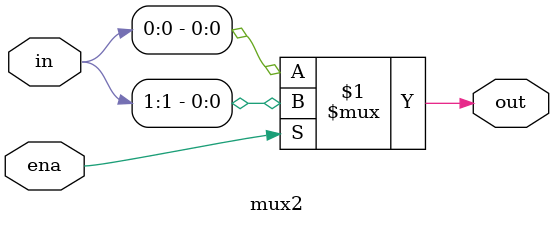
<source format=sv>
module mux2(ena, in, out);
    input wire ena;
    input wire [1:0]in;

    output wire out;

    assign out = ena ? in[1]:in[0];
endmodule
</source>
